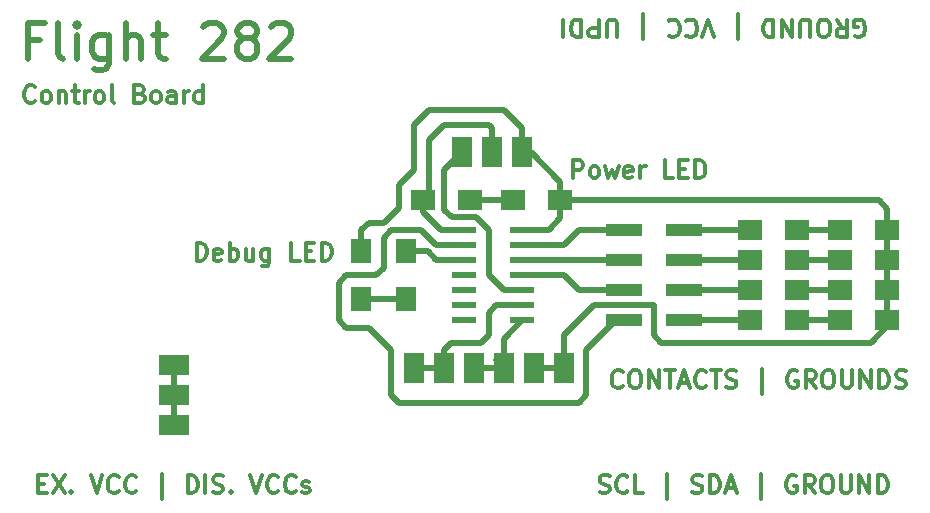
<source format=gbr>
%TF.GenerationSoftware,KiCad,Pcbnew,(6.0.2)*%
%TF.CreationDate,2022-12-07T13:39:14-05:00*%
%TF.ProjectId,Primary,5072696d-6172-4792-9e6b-696361645f70,rev?*%
%TF.SameCoordinates,Original*%
%TF.FileFunction,Copper,L1,Top*%
%TF.FilePolarity,Positive*%
%FSLAX46Y46*%
G04 Gerber Fmt 4.6, Leading zero omitted, Abs format (unit mm)*
G04 Created by KiCad (PCBNEW (6.0.2)) date 2022-12-07 13:39:14*
%MOMM*%
%LPD*%
G01*
G04 APERTURE LIST*
%ADD10C,0.300000*%
%TA.AperFunction,NonConductor*%
%ADD11C,0.300000*%
%TD*%
%ADD12C,0.500000*%
%TA.AperFunction,NonConductor*%
%ADD13C,0.500000*%
%TD*%
%TA.AperFunction,SMDPad,CuDef*%
%ADD14R,2.500000X1.700000*%
%TD*%
%TA.AperFunction,SMDPad,CuDef*%
%ADD15R,2.000000X1.700000*%
%TD*%
%TA.AperFunction,SMDPad,CuDef*%
%ADD16R,1.700000X2.500000*%
%TD*%
%TA.AperFunction,SMDPad,CuDef*%
%ADD17R,2.000000X0.600000*%
%TD*%
%TA.AperFunction,SMDPad,CuDef*%
%ADD18R,1.700000X2.000000*%
%TD*%
%TA.AperFunction,SMDPad,CuDef*%
%ADD19R,3.150000X1.000000*%
%TD*%
%TA.AperFunction,Conductor*%
%ADD20C,0.500000*%
%TD*%
G04 APERTURE END LIST*
D10*
D11*
X95215714Y-126892857D02*
X95715714Y-126892857D01*
X95930000Y-127678571D02*
X95215714Y-127678571D01*
X95215714Y-126178571D01*
X95930000Y-126178571D01*
X96430000Y-126178571D02*
X97430000Y-127678571D01*
X97430000Y-126178571D02*
X96430000Y-127678571D01*
X98001428Y-127535714D02*
X98072857Y-127607142D01*
X98001428Y-127678571D01*
X97930000Y-127607142D01*
X98001428Y-127535714D01*
X98001428Y-127678571D01*
X99644285Y-126178571D02*
X100144285Y-127678571D01*
X100644285Y-126178571D01*
X102001428Y-127535714D02*
X101930000Y-127607142D01*
X101715714Y-127678571D01*
X101572857Y-127678571D01*
X101358571Y-127607142D01*
X101215714Y-127464285D01*
X101144285Y-127321428D01*
X101072857Y-127035714D01*
X101072857Y-126821428D01*
X101144285Y-126535714D01*
X101215714Y-126392857D01*
X101358571Y-126250000D01*
X101572857Y-126178571D01*
X101715714Y-126178571D01*
X101930000Y-126250000D01*
X102001428Y-126321428D01*
X103501428Y-127535714D02*
X103430000Y-127607142D01*
X103215714Y-127678571D01*
X103072857Y-127678571D01*
X102858571Y-127607142D01*
X102715714Y-127464285D01*
X102644285Y-127321428D01*
X102572857Y-127035714D01*
X102572857Y-126821428D01*
X102644285Y-126535714D01*
X102715714Y-126392857D01*
X102858571Y-126250000D01*
X103072857Y-126178571D01*
X103215714Y-126178571D01*
X103430000Y-126250000D01*
X103501428Y-126321428D01*
X105644285Y-128178571D02*
X105644285Y-126035714D01*
X107858571Y-127678571D02*
X107858571Y-126178571D01*
X108215714Y-126178571D01*
X108430000Y-126250000D01*
X108572857Y-126392857D01*
X108644285Y-126535714D01*
X108715714Y-126821428D01*
X108715714Y-127035714D01*
X108644285Y-127321428D01*
X108572857Y-127464285D01*
X108430000Y-127607142D01*
X108215714Y-127678571D01*
X107858571Y-127678571D01*
X109358571Y-127678571D02*
X109358571Y-126178571D01*
X110001428Y-127607142D02*
X110215714Y-127678571D01*
X110572857Y-127678571D01*
X110715714Y-127607142D01*
X110787142Y-127535714D01*
X110858571Y-127392857D01*
X110858571Y-127250000D01*
X110787142Y-127107142D01*
X110715714Y-127035714D01*
X110572857Y-126964285D01*
X110287142Y-126892857D01*
X110144285Y-126821428D01*
X110072857Y-126750000D01*
X110001428Y-126607142D01*
X110001428Y-126464285D01*
X110072857Y-126321428D01*
X110144285Y-126250000D01*
X110287142Y-126178571D01*
X110644285Y-126178571D01*
X110858571Y-126250000D01*
X111501428Y-127535714D02*
X111572857Y-127607142D01*
X111501428Y-127678571D01*
X111430000Y-127607142D01*
X111501428Y-127535714D01*
X111501428Y-127678571D01*
X113144285Y-126178571D02*
X113644285Y-127678571D01*
X114144285Y-126178571D01*
X115501428Y-127535714D02*
X115430000Y-127607142D01*
X115215714Y-127678571D01*
X115072857Y-127678571D01*
X114858571Y-127607142D01*
X114715714Y-127464285D01*
X114644285Y-127321428D01*
X114572857Y-127035714D01*
X114572857Y-126821428D01*
X114644285Y-126535714D01*
X114715714Y-126392857D01*
X114858571Y-126250000D01*
X115072857Y-126178571D01*
X115215714Y-126178571D01*
X115430000Y-126250000D01*
X115501428Y-126321428D01*
X117001428Y-127535714D02*
X116930000Y-127607142D01*
X116715714Y-127678571D01*
X116572857Y-127678571D01*
X116358571Y-127607142D01*
X116215714Y-127464285D01*
X116144285Y-127321428D01*
X116072857Y-127035714D01*
X116072857Y-126821428D01*
X116144285Y-126535714D01*
X116215714Y-126392857D01*
X116358571Y-126250000D01*
X116572857Y-126178571D01*
X116715714Y-126178571D01*
X116930000Y-126250000D01*
X117001428Y-126321428D01*
X117572857Y-127607142D02*
X117715714Y-127678571D01*
X118001428Y-127678571D01*
X118144285Y-127607142D01*
X118215714Y-127464285D01*
X118215714Y-127392857D01*
X118144285Y-127250000D01*
X118001428Y-127178571D01*
X117787142Y-127178571D01*
X117644285Y-127107142D01*
X117572857Y-126964285D01*
X117572857Y-126892857D01*
X117644285Y-126750000D01*
X117787142Y-126678571D01*
X118001428Y-126678571D01*
X118144285Y-126750000D01*
D10*
D11*
X94921428Y-94515714D02*
X94850000Y-94587142D01*
X94635714Y-94658571D01*
X94492857Y-94658571D01*
X94278571Y-94587142D01*
X94135714Y-94444285D01*
X94064285Y-94301428D01*
X93992857Y-94015714D01*
X93992857Y-93801428D01*
X94064285Y-93515714D01*
X94135714Y-93372857D01*
X94278571Y-93230000D01*
X94492857Y-93158571D01*
X94635714Y-93158571D01*
X94850000Y-93230000D01*
X94921428Y-93301428D01*
X95778571Y-94658571D02*
X95635714Y-94587142D01*
X95564285Y-94515714D01*
X95492857Y-94372857D01*
X95492857Y-93944285D01*
X95564285Y-93801428D01*
X95635714Y-93730000D01*
X95778571Y-93658571D01*
X95992857Y-93658571D01*
X96135714Y-93730000D01*
X96207142Y-93801428D01*
X96278571Y-93944285D01*
X96278571Y-94372857D01*
X96207142Y-94515714D01*
X96135714Y-94587142D01*
X95992857Y-94658571D01*
X95778571Y-94658571D01*
X96921428Y-93658571D02*
X96921428Y-94658571D01*
X96921428Y-93801428D02*
X96992857Y-93730000D01*
X97135714Y-93658571D01*
X97350000Y-93658571D01*
X97492857Y-93730000D01*
X97564285Y-93872857D01*
X97564285Y-94658571D01*
X98064285Y-93658571D02*
X98635714Y-93658571D01*
X98278571Y-93158571D02*
X98278571Y-94444285D01*
X98350000Y-94587142D01*
X98492857Y-94658571D01*
X98635714Y-94658571D01*
X99135714Y-94658571D02*
X99135714Y-93658571D01*
X99135714Y-93944285D02*
X99207142Y-93801428D01*
X99278571Y-93730000D01*
X99421428Y-93658571D01*
X99564285Y-93658571D01*
X100278571Y-94658571D02*
X100135714Y-94587142D01*
X100064285Y-94515714D01*
X99992857Y-94372857D01*
X99992857Y-93944285D01*
X100064285Y-93801428D01*
X100135714Y-93730000D01*
X100278571Y-93658571D01*
X100492857Y-93658571D01*
X100635714Y-93730000D01*
X100707142Y-93801428D01*
X100778571Y-93944285D01*
X100778571Y-94372857D01*
X100707142Y-94515714D01*
X100635714Y-94587142D01*
X100492857Y-94658571D01*
X100278571Y-94658571D01*
X101635714Y-94658571D02*
X101492857Y-94587142D01*
X101421428Y-94444285D01*
X101421428Y-93158571D01*
X103850000Y-93872857D02*
X104064285Y-93944285D01*
X104135714Y-94015714D01*
X104207142Y-94158571D01*
X104207142Y-94372857D01*
X104135714Y-94515714D01*
X104064285Y-94587142D01*
X103921428Y-94658571D01*
X103350000Y-94658571D01*
X103350000Y-93158571D01*
X103850000Y-93158571D01*
X103992857Y-93230000D01*
X104064285Y-93301428D01*
X104135714Y-93444285D01*
X104135714Y-93587142D01*
X104064285Y-93730000D01*
X103992857Y-93801428D01*
X103850000Y-93872857D01*
X103350000Y-93872857D01*
X105064285Y-94658571D02*
X104921428Y-94587142D01*
X104850000Y-94515714D01*
X104778571Y-94372857D01*
X104778571Y-93944285D01*
X104850000Y-93801428D01*
X104921428Y-93730000D01*
X105064285Y-93658571D01*
X105278571Y-93658571D01*
X105421428Y-93730000D01*
X105492857Y-93801428D01*
X105564285Y-93944285D01*
X105564285Y-94372857D01*
X105492857Y-94515714D01*
X105421428Y-94587142D01*
X105278571Y-94658571D01*
X105064285Y-94658571D01*
X106850000Y-94658571D02*
X106850000Y-93872857D01*
X106778571Y-93730000D01*
X106635714Y-93658571D01*
X106350000Y-93658571D01*
X106207142Y-93730000D01*
X106850000Y-94587142D02*
X106707142Y-94658571D01*
X106350000Y-94658571D01*
X106207142Y-94587142D01*
X106135714Y-94444285D01*
X106135714Y-94301428D01*
X106207142Y-94158571D01*
X106350000Y-94087142D01*
X106707142Y-94087142D01*
X106850000Y-94015714D01*
X107564285Y-94658571D02*
X107564285Y-93658571D01*
X107564285Y-93944285D02*
X107635714Y-93801428D01*
X107707142Y-93730000D01*
X107850000Y-93658571D01*
X107992857Y-93658571D01*
X109135714Y-94658571D02*
X109135714Y-93158571D01*
X109135714Y-94587142D02*
X108992857Y-94658571D01*
X108707142Y-94658571D01*
X108564285Y-94587142D01*
X108492857Y-94515714D01*
X108421428Y-94372857D01*
X108421428Y-93944285D01*
X108492857Y-93801428D01*
X108564285Y-93730000D01*
X108707142Y-93658571D01*
X108992857Y-93658571D01*
X109135714Y-93730000D01*
D12*
D13*
X95338571Y-89320714D02*
X94338571Y-89320714D01*
X94338571Y-90892142D02*
X94338571Y-87892142D01*
X95767142Y-87892142D01*
X97338571Y-90892142D02*
X97052857Y-90749285D01*
X96910000Y-90463571D01*
X96910000Y-87892142D01*
X98481428Y-90892142D02*
X98481428Y-88892142D01*
X98481428Y-87892142D02*
X98338571Y-88035000D01*
X98481428Y-88177857D01*
X98624285Y-88035000D01*
X98481428Y-87892142D01*
X98481428Y-88177857D01*
X101195714Y-88892142D02*
X101195714Y-91320714D01*
X101052857Y-91606428D01*
X100910000Y-91749285D01*
X100624285Y-91892142D01*
X100195714Y-91892142D01*
X99910000Y-91749285D01*
X101195714Y-90749285D02*
X100910000Y-90892142D01*
X100338571Y-90892142D01*
X100052857Y-90749285D01*
X99910000Y-90606428D01*
X99767142Y-90320714D01*
X99767142Y-89463571D01*
X99910000Y-89177857D01*
X100052857Y-89035000D01*
X100338571Y-88892142D01*
X100910000Y-88892142D01*
X101195714Y-89035000D01*
X102624285Y-90892142D02*
X102624285Y-87892142D01*
X103910000Y-90892142D02*
X103910000Y-89320714D01*
X103767142Y-89035000D01*
X103481428Y-88892142D01*
X103052857Y-88892142D01*
X102767142Y-89035000D01*
X102624285Y-89177857D01*
X104910000Y-88892142D02*
X106052857Y-88892142D01*
X105338571Y-87892142D02*
X105338571Y-90463571D01*
X105481428Y-90749285D01*
X105767142Y-90892142D01*
X106052857Y-90892142D01*
X109195714Y-88177857D02*
X109338571Y-88035000D01*
X109624285Y-87892142D01*
X110338571Y-87892142D01*
X110624285Y-88035000D01*
X110767142Y-88177857D01*
X110910000Y-88463571D01*
X110910000Y-88749285D01*
X110767142Y-89177857D01*
X109052857Y-90892142D01*
X110910000Y-90892142D01*
X112624285Y-89177857D02*
X112338571Y-89035000D01*
X112195714Y-88892142D01*
X112052857Y-88606428D01*
X112052857Y-88463571D01*
X112195714Y-88177857D01*
X112338571Y-88035000D01*
X112624285Y-87892142D01*
X113195714Y-87892142D01*
X113481428Y-88035000D01*
X113624285Y-88177857D01*
X113767142Y-88463571D01*
X113767142Y-88606428D01*
X113624285Y-88892142D01*
X113481428Y-89035000D01*
X113195714Y-89177857D01*
X112624285Y-89177857D01*
X112338571Y-89320714D01*
X112195714Y-89463571D01*
X112052857Y-89749285D01*
X112052857Y-90320714D01*
X112195714Y-90606428D01*
X112338571Y-90749285D01*
X112624285Y-90892142D01*
X113195714Y-90892142D01*
X113481428Y-90749285D01*
X113624285Y-90606428D01*
X113767142Y-90320714D01*
X113767142Y-89749285D01*
X113624285Y-89463571D01*
X113481428Y-89320714D01*
X113195714Y-89177857D01*
X114910000Y-88177857D02*
X115052857Y-88035000D01*
X115338571Y-87892142D01*
X116052857Y-87892142D01*
X116338571Y-88035000D01*
X116481428Y-88177857D01*
X116624285Y-88463571D01*
X116624285Y-88749285D01*
X116481428Y-89177857D01*
X114767142Y-90892142D01*
X116624285Y-90892142D01*
D10*
D11*
X140478571Y-101008571D02*
X140478571Y-99508571D01*
X141050000Y-99508571D01*
X141192857Y-99580000D01*
X141264285Y-99651428D01*
X141335714Y-99794285D01*
X141335714Y-100008571D01*
X141264285Y-100151428D01*
X141192857Y-100222857D01*
X141050000Y-100294285D01*
X140478571Y-100294285D01*
X142192857Y-101008571D02*
X142050000Y-100937142D01*
X141978571Y-100865714D01*
X141907142Y-100722857D01*
X141907142Y-100294285D01*
X141978571Y-100151428D01*
X142050000Y-100080000D01*
X142192857Y-100008571D01*
X142407142Y-100008571D01*
X142550000Y-100080000D01*
X142621428Y-100151428D01*
X142692857Y-100294285D01*
X142692857Y-100722857D01*
X142621428Y-100865714D01*
X142550000Y-100937142D01*
X142407142Y-101008571D01*
X142192857Y-101008571D01*
X143192857Y-100008571D02*
X143478571Y-101008571D01*
X143764285Y-100294285D01*
X144050000Y-101008571D01*
X144335714Y-100008571D01*
X145478571Y-100937142D02*
X145335714Y-101008571D01*
X145050000Y-101008571D01*
X144907142Y-100937142D01*
X144835714Y-100794285D01*
X144835714Y-100222857D01*
X144907142Y-100080000D01*
X145050000Y-100008571D01*
X145335714Y-100008571D01*
X145478571Y-100080000D01*
X145550000Y-100222857D01*
X145550000Y-100365714D01*
X144835714Y-100508571D01*
X146192857Y-101008571D02*
X146192857Y-100008571D01*
X146192857Y-100294285D02*
X146264285Y-100151428D01*
X146335714Y-100080000D01*
X146478571Y-100008571D01*
X146621428Y-100008571D01*
X148978571Y-101008571D02*
X148264285Y-101008571D01*
X148264285Y-99508571D01*
X149478571Y-100222857D02*
X149978571Y-100222857D01*
X150192857Y-101008571D02*
X149478571Y-101008571D01*
X149478571Y-99508571D01*
X150192857Y-99508571D01*
X150835714Y-101008571D02*
X150835714Y-99508571D01*
X151192857Y-99508571D01*
X151407142Y-99580000D01*
X151550000Y-99722857D01*
X151621428Y-99865714D01*
X151692857Y-100151428D01*
X151692857Y-100365714D01*
X151621428Y-100651428D01*
X151550000Y-100794285D01*
X151407142Y-100937142D01*
X151192857Y-101008571D01*
X150835714Y-101008571D01*
D10*
D11*
X108621428Y-107993571D02*
X108621428Y-106493571D01*
X108978571Y-106493571D01*
X109192857Y-106565000D01*
X109335714Y-106707857D01*
X109407142Y-106850714D01*
X109478571Y-107136428D01*
X109478571Y-107350714D01*
X109407142Y-107636428D01*
X109335714Y-107779285D01*
X109192857Y-107922142D01*
X108978571Y-107993571D01*
X108621428Y-107993571D01*
X110692857Y-107922142D02*
X110550000Y-107993571D01*
X110264285Y-107993571D01*
X110121428Y-107922142D01*
X110050000Y-107779285D01*
X110050000Y-107207857D01*
X110121428Y-107065000D01*
X110264285Y-106993571D01*
X110550000Y-106993571D01*
X110692857Y-107065000D01*
X110764285Y-107207857D01*
X110764285Y-107350714D01*
X110050000Y-107493571D01*
X111407142Y-107993571D02*
X111407142Y-106493571D01*
X111407142Y-107065000D02*
X111550000Y-106993571D01*
X111835714Y-106993571D01*
X111978571Y-107065000D01*
X112050000Y-107136428D01*
X112121428Y-107279285D01*
X112121428Y-107707857D01*
X112050000Y-107850714D01*
X111978571Y-107922142D01*
X111835714Y-107993571D01*
X111550000Y-107993571D01*
X111407142Y-107922142D01*
X113407142Y-106993571D02*
X113407142Y-107993571D01*
X112764285Y-106993571D02*
X112764285Y-107779285D01*
X112835714Y-107922142D01*
X112978571Y-107993571D01*
X113192857Y-107993571D01*
X113335714Y-107922142D01*
X113407142Y-107850714D01*
X114764285Y-106993571D02*
X114764285Y-108207857D01*
X114692857Y-108350714D01*
X114621428Y-108422142D01*
X114478571Y-108493571D01*
X114264285Y-108493571D01*
X114121428Y-108422142D01*
X114764285Y-107922142D02*
X114621428Y-107993571D01*
X114335714Y-107993571D01*
X114192857Y-107922142D01*
X114121428Y-107850714D01*
X114050000Y-107707857D01*
X114050000Y-107279285D01*
X114121428Y-107136428D01*
X114192857Y-107065000D01*
X114335714Y-106993571D01*
X114621428Y-106993571D01*
X114764285Y-107065000D01*
X117335714Y-107993571D02*
X116621428Y-107993571D01*
X116621428Y-106493571D01*
X117835714Y-107207857D02*
X118335714Y-107207857D01*
X118550000Y-107993571D02*
X117835714Y-107993571D01*
X117835714Y-106493571D01*
X118550000Y-106493571D01*
X119192857Y-107993571D02*
X119192857Y-106493571D01*
X119550000Y-106493571D01*
X119764285Y-106565000D01*
X119907142Y-106707857D01*
X119978571Y-106850714D01*
X120050000Y-107136428D01*
X120050000Y-107350714D01*
X119978571Y-107636428D01*
X119907142Y-107779285D01*
X119764285Y-107922142D01*
X119550000Y-107993571D01*
X119192857Y-107993571D01*
D10*
D11*
X144674285Y-118645714D02*
X144602857Y-118717142D01*
X144388571Y-118788571D01*
X144245714Y-118788571D01*
X144031428Y-118717142D01*
X143888571Y-118574285D01*
X143817142Y-118431428D01*
X143745714Y-118145714D01*
X143745714Y-117931428D01*
X143817142Y-117645714D01*
X143888571Y-117502857D01*
X144031428Y-117360000D01*
X144245714Y-117288571D01*
X144388571Y-117288571D01*
X144602857Y-117360000D01*
X144674285Y-117431428D01*
X145602857Y-117288571D02*
X145888571Y-117288571D01*
X146031428Y-117360000D01*
X146174285Y-117502857D01*
X146245714Y-117788571D01*
X146245714Y-118288571D01*
X146174285Y-118574285D01*
X146031428Y-118717142D01*
X145888571Y-118788571D01*
X145602857Y-118788571D01*
X145460000Y-118717142D01*
X145317142Y-118574285D01*
X145245714Y-118288571D01*
X145245714Y-117788571D01*
X145317142Y-117502857D01*
X145460000Y-117360000D01*
X145602857Y-117288571D01*
X146888571Y-118788571D02*
X146888571Y-117288571D01*
X147745714Y-118788571D01*
X147745714Y-117288571D01*
X148245714Y-117288571D02*
X149102857Y-117288571D01*
X148674285Y-118788571D02*
X148674285Y-117288571D01*
X149531428Y-118360000D02*
X150245714Y-118360000D01*
X149388571Y-118788571D02*
X149888571Y-117288571D01*
X150388571Y-118788571D01*
X151745714Y-118645714D02*
X151674285Y-118717142D01*
X151460000Y-118788571D01*
X151317142Y-118788571D01*
X151102857Y-118717142D01*
X150960000Y-118574285D01*
X150888571Y-118431428D01*
X150817142Y-118145714D01*
X150817142Y-117931428D01*
X150888571Y-117645714D01*
X150960000Y-117502857D01*
X151102857Y-117360000D01*
X151317142Y-117288571D01*
X151460000Y-117288571D01*
X151674285Y-117360000D01*
X151745714Y-117431428D01*
X152174285Y-117288571D02*
X153031428Y-117288571D01*
X152602857Y-118788571D02*
X152602857Y-117288571D01*
X153460000Y-118717142D02*
X153674285Y-118788571D01*
X154031428Y-118788571D01*
X154174285Y-118717142D01*
X154245714Y-118645714D01*
X154317142Y-118502857D01*
X154317142Y-118360000D01*
X154245714Y-118217142D01*
X154174285Y-118145714D01*
X154031428Y-118074285D01*
X153745714Y-118002857D01*
X153602857Y-117931428D01*
X153531428Y-117860000D01*
X153460000Y-117717142D01*
X153460000Y-117574285D01*
X153531428Y-117431428D01*
X153602857Y-117360000D01*
X153745714Y-117288571D01*
X154102857Y-117288571D01*
X154317142Y-117360000D01*
X156460000Y-119288571D02*
X156460000Y-117145714D01*
X159460000Y-117360000D02*
X159317142Y-117288571D01*
X159102857Y-117288571D01*
X158888571Y-117360000D01*
X158745714Y-117502857D01*
X158674285Y-117645714D01*
X158602857Y-117931428D01*
X158602857Y-118145714D01*
X158674285Y-118431428D01*
X158745714Y-118574285D01*
X158888571Y-118717142D01*
X159102857Y-118788571D01*
X159245714Y-118788571D01*
X159460000Y-118717142D01*
X159531428Y-118645714D01*
X159531428Y-118145714D01*
X159245714Y-118145714D01*
X161031428Y-118788571D02*
X160531428Y-118074285D01*
X160174285Y-118788571D02*
X160174285Y-117288571D01*
X160745714Y-117288571D01*
X160888571Y-117360000D01*
X160960000Y-117431428D01*
X161031428Y-117574285D01*
X161031428Y-117788571D01*
X160960000Y-117931428D01*
X160888571Y-118002857D01*
X160745714Y-118074285D01*
X160174285Y-118074285D01*
X161960000Y-117288571D02*
X162245714Y-117288571D01*
X162388571Y-117360000D01*
X162531428Y-117502857D01*
X162602857Y-117788571D01*
X162602857Y-118288571D01*
X162531428Y-118574285D01*
X162388571Y-118717142D01*
X162245714Y-118788571D01*
X161960000Y-118788571D01*
X161817142Y-118717142D01*
X161674285Y-118574285D01*
X161602857Y-118288571D01*
X161602857Y-117788571D01*
X161674285Y-117502857D01*
X161817142Y-117360000D01*
X161960000Y-117288571D01*
X163245714Y-117288571D02*
X163245714Y-118502857D01*
X163317142Y-118645714D01*
X163388571Y-118717142D01*
X163531428Y-118788571D01*
X163817142Y-118788571D01*
X163960000Y-118717142D01*
X164031428Y-118645714D01*
X164102857Y-118502857D01*
X164102857Y-117288571D01*
X164817142Y-118788571D02*
X164817142Y-117288571D01*
X165674285Y-118788571D01*
X165674285Y-117288571D01*
X166388571Y-118788571D02*
X166388571Y-117288571D01*
X166745714Y-117288571D01*
X166960000Y-117360000D01*
X167102857Y-117502857D01*
X167174285Y-117645714D01*
X167245714Y-117931428D01*
X167245714Y-118145714D01*
X167174285Y-118431428D01*
X167102857Y-118574285D01*
X166960000Y-118717142D01*
X166745714Y-118788571D01*
X166388571Y-118788571D01*
X167817142Y-118717142D02*
X168031428Y-118788571D01*
X168388571Y-118788571D01*
X168531428Y-118717142D01*
X168602857Y-118645714D01*
X168674285Y-118502857D01*
X168674285Y-118360000D01*
X168602857Y-118217142D01*
X168531428Y-118145714D01*
X168388571Y-118074285D01*
X168102857Y-118002857D01*
X167960000Y-117931428D01*
X167888571Y-117860000D01*
X167817142Y-117717142D01*
X167817142Y-117574285D01*
X167888571Y-117431428D01*
X167960000Y-117360000D01*
X168102857Y-117288571D01*
X168460000Y-117288571D01*
X168674285Y-117360000D01*
D10*
D11*
X142725714Y-127607142D02*
X142940000Y-127678571D01*
X143297142Y-127678571D01*
X143440000Y-127607142D01*
X143511428Y-127535714D01*
X143582857Y-127392857D01*
X143582857Y-127250000D01*
X143511428Y-127107142D01*
X143440000Y-127035714D01*
X143297142Y-126964285D01*
X143011428Y-126892857D01*
X142868571Y-126821428D01*
X142797142Y-126750000D01*
X142725714Y-126607142D01*
X142725714Y-126464285D01*
X142797142Y-126321428D01*
X142868571Y-126250000D01*
X143011428Y-126178571D01*
X143368571Y-126178571D01*
X143582857Y-126250000D01*
X145082857Y-127535714D02*
X145011428Y-127607142D01*
X144797142Y-127678571D01*
X144654285Y-127678571D01*
X144440000Y-127607142D01*
X144297142Y-127464285D01*
X144225714Y-127321428D01*
X144154285Y-127035714D01*
X144154285Y-126821428D01*
X144225714Y-126535714D01*
X144297142Y-126392857D01*
X144440000Y-126250000D01*
X144654285Y-126178571D01*
X144797142Y-126178571D01*
X145011428Y-126250000D01*
X145082857Y-126321428D01*
X146440000Y-127678571D02*
X145725714Y-127678571D01*
X145725714Y-126178571D01*
X148440000Y-128178571D02*
X148440000Y-126035714D01*
X150582857Y-127607142D02*
X150797142Y-127678571D01*
X151154285Y-127678571D01*
X151297142Y-127607142D01*
X151368571Y-127535714D01*
X151440000Y-127392857D01*
X151440000Y-127250000D01*
X151368571Y-127107142D01*
X151297142Y-127035714D01*
X151154285Y-126964285D01*
X150868571Y-126892857D01*
X150725714Y-126821428D01*
X150654285Y-126750000D01*
X150582857Y-126607142D01*
X150582857Y-126464285D01*
X150654285Y-126321428D01*
X150725714Y-126250000D01*
X150868571Y-126178571D01*
X151225714Y-126178571D01*
X151440000Y-126250000D01*
X152082857Y-127678571D02*
X152082857Y-126178571D01*
X152440000Y-126178571D01*
X152654285Y-126250000D01*
X152797142Y-126392857D01*
X152868571Y-126535714D01*
X152940000Y-126821428D01*
X152940000Y-127035714D01*
X152868571Y-127321428D01*
X152797142Y-127464285D01*
X152654285Y-127607142D01*
X152440000Y-127678571D01*
X152082857Y-127678571D01*
X153511428Y-127250000D02*
X154225714Y-127250000D01*
X153368571Y-127678571D02*
X153868571Y-126178571D01*
X154368571Y-127678571D01*
X156368571Y-128178571D02*
X156368571Y-126035714D01*
X159368571Y-126250000D02*
X159225714Y-126178571D01*
X159011428Y-126178571D01*
X158797142Y-126250000D01*
X158654285Y-126392857D01*
X158582857Y-126535714D01*
X158511428Y-126821428D01*
X158511428Y-127035714D01*
X158582857Y-127321428D01*
X158654285Y-127464285D01*
X158797142Y-127607142D01*
X159011428Y-127678571D01*
X159154285Y-127678571D01*
X159368571Y-127607142D01*
X159440000Y-127535714D01*
X159440000Y-127035714D01*
X159154285Y-127035714D01*
X160940000Y-127678571D02*
X160440000Y-126964285D01*
X160082857Y-127678571D02*
X160082857Y-126178571D01*
X160654285Y-126178571D01*
X160797142Y-126250000D01*
X160868571Y-126321428D01*
X160940000Y-126464285D01*
X160940000Y-126678571D01*
X160868571Y-126821428D01*
X160797142Y-126892857D01*
X160654285Y-126964285D01*
X160082857Y-126964285D01*
X161868571Y-126178571D02*
X162154285Y-126178571D01*
X162297142Y-126250000D01*
X162440000Y-126392857D01*
X162511428Y-126678571D01*
X162511428Y-127178571D01*
X162440000Y-127464285D01*
X162297142Y-127607142D01*
X162154285Y-127678571D01*
X161868571Y-127678571D01*
X161725714Y-127607142D01*
X161582857Y-127464285D01*
X161511428Y-127178571D01*
X161511428Y-126678571D01*
X161582857Y-126392857D01*
X161725714Y-126250000D01*
X161868571Y-126178571D01*
X163154285Y-126178571D02*
X163154285Y-127392857D01*
X163225714Y-127535714D01*
X163297142Y-127607142D01*
X163440000Y-127678571D01*
X163725714Y-127678571D01*
X163868571Y-127607142D01*
X163940000Y-127535714D01*
X164011428Y-127392857D01*
X164011428Y-126178571D01*
X164725714Y-127678571D02*
X164725714Y-126178571D01*
X165582857Y-127678571D01*
X165582857Y-126178571D01*
X166297142Y-127678571D02*
X166297142Y-126178571D01*
X166654285Y-126178571D01*
X166868571Y-126250000D01*
X167011428Y-126392857D01*
X167082857Y-126535714D01*
X167154285Y-126821428D01*
X167154285Y-127035714D01*
X167082857Y-127321428D01*
X167011428Y-127464285D01*
X166868571Y-127607142D01*
X166654285Y-127678571D01*
X166297142Y-127678571D01*
D10*
D11*
X164364285Y-89015000D02*
X164507142Y-89086428D01*
X164721428Y-89086428D01*
X164935714Y-89015000D01*
X165078571Y-88872142D01*
X165150000Y-88729285D01*
X165221428Y-88443571D01*
X165221428Y-88229285D01*
X165150000Y-87943571D01*
X165078571Y-87800714D01*
X164935714Y-87657857D01*
X164721428Y-87586428D01*
X164578571Y-87586428D01*
X164364285Y-87657857D01*
X164292857Y-87729285D01*
X164292857Y-88229285D01*
X164578571Y-88229285D01*
X162792857Y-87586428D02*
X163292857Y-88300714D01*
X163650000Y-87586428D02*
X163650000Y-89086428D01*
X163078571Y-89086428D01*
X162935714Y-89015000D01*
X162864285Y-88943571D01*
X162792857Y-88800714D01*
X162792857Y-88586428D01*
X162864285Y-88443571D01*
X162935714Y-88372142D01*
X163078571Y-88300714D01*
X163650000Y-88300714D01*
X161864285Y-89086428D02*
X161578571Y-89086428D01*
X161435714Y-89015000D01*
X161292857Y-88872142D01*
X161221428Y-88586428D01*
X161221428Y-88086428D01*
X161292857Y-87800714D01*
X161435714Y-87657857D01*
X161578571Y-87586428D01*
X161864285Y-87586428D01*
X162007142Y-87657857D01*
X162150000Y-87800714D01*
X162221428Y-88086428D01*
X162221428Y-88586428D01*
X162150000Y-88872142D01*
X162007142Y-89015000D01*
X161864285Y-89086428D01*
X160578571Y-89086428D02*
X160578571Y-87872142D01*
X160507142Y-87729285D01*
X160435714Y-87657857D01*
X160292857Y-87586428D01*
X160007142Y-87586428D01*
X159864285Y-87657857D01*
X159792857Y-87729285D01*
X159721428Y-87872142D01*
X159721428Y-89086428D01*
X159007142Y-87586428D02*
X159007142Y-89086428D01*
X158150000Y-87586428D01*
X158150000Y-89086428D01*
X157435714Y-87586428D02*
X157435714Y-89086428D01*
X157078571Y-89086428D01*
X156864285Y-89015000D01*
X156721428Y-88872142D01*
X156650000Y-88729285D01*
X156578571Y-88443571D01*
X156578571Y-88229285D01*
X156650000Y-87943571D01*
X156721428Y-87800714D01*
X156864285Y-87657857D01*
X157078571Y-87586428D01*
X157435714Y-87586428D01*
X154435714Y-87086428D02*
X154435714Y-89229285D01*
X152435714Y-89086428D02*
X151935714Y-87586428D01*
X151435714Y-89086428D01*
X150078571Y-87729285D02*
X150150000Y-87657857D01*
X150364285Y-87586428D01*
X150507142Y-87586428D01*
X150721428Y-87657857D01*
X150864285Y-87800714D01*
X150935714Y-87943571D01*
X151007142Y-88229285D01*
X151007142Y-88443571D01*
X150935714Y-88729285D01*
X150864285Y-88872142D01*
X150721428Y-89015000D01*
X150507142Y-89086428D01*
X150364285Y-89086428D01*
X150150000Y-89015000D01*
X150078571Y-88943571D01*
X148578571Y-87729285D02*
X148650000Y-87657857D01*
X148864285Y-87586428D01*
X149007142Y-87586428D01*
X149221428Y-87657857D01*
X149364285Y-87800714D01*
X149435714Y-87943571D01*
X149507142Y-88229285D01*
X149507142Y-88443571D01*
X149435714Y-88729285D01*
X149364285Y-88872142D01*
X149221428Y-89015000D01*
X149007142Y-89086428D01*
X148864285Y-89086428D01*
X148650000Y-89015000D01*
X148578571Y-88943571D01*
X146435714Y-87086428D02*
X146435714Y-89229285D01*
X144221428Y-89086428D02*
X144221428Y-87872142D01*
X144150000Y-87729285D01*
X144078571Y-87657857D01*
X143935714Y-87586428D01*
X143650000Y-87586428D01*
X143507142Y-87657857D01*
X143435714Y-87729285D01*
X143364285Y-87872142D01*
X143364285Y-89086428D01*
X142650000Y-87586428D02*
X142650000Y-89086428D01*
X142078571Y-89086428D01*
X141935714Y-89015000D01*
X141864285Y-88943571D01*
X141792857Y-88800714D01*
X141792857Y-88586428D01*
X141864285Y-88443571D01*
X141935714Y-88372142D01*
X142078571Y-88300714D01*
X142650000Y-88300714D01*
X141150000Y-87586428D02*
X141150000Y-89086428D01*
X140792857Y-89086428D01*
X140578571Y-89015000D01*
X140435714Y-88872142D01*
X140364285Y-88729285D01*
X140292857Y-88443571D01*
X140292857Y-88229285D01*
X140364285Y-87943571D01*
X140435714Y-87800714D01*
X140578571Y-87657857D01*
X140792857Y-87586428D01*
X141150000Y-87586428D01*
X139650000Y-87586428D02*
X139650000Y-89086428D01*
D14*
%TO.P,J4,1,Pin_1*%
%TO.N,Net-(J4-Pad1)*%
X106680000Y-121920000D03*
%TO.P,J4,2,Pin_2*%
X106680000Y-119380000D03*
%TO.P,J4,3,Pin_3*%
X106680000Y-116840000D03*
%TD*%
D15*
%TO.P,R3,1*%
%TO.N,Net-(J2-Pad1)*%
X167100000Y-113030000D03*
%TO.P,R3,2*%
%TO.N,Net-(D3-Pad1)*%
X163100000Y-113030000D03*
%TD*%
D16*
%TO.P,J2,1,Pin_1*%
%TO.N,Net-(J2-Pad1)*%
X139700000Y-117080000D03*
%TO.P,J2,2,Pin_2*%
X137160000Y-117080000D03*
%TO.P,J2,3,Pin_3*%
%TO.N,Net-(J2-Pad3)*%
X134620000Y-117080000D03*
%TO.P,J2,4,Pin_4*%
X132080000Y-117080000D03*
%TO.P,J2,5,Pin_5*%
%TO.N,Net-(J2-Pad5)*%
X129540000Y-117080000D03*
%TO.P,J2,6,Pin_6*%
X127000000Y-117080000D03*
%TD*%
D15*
%TO.P,D6,1,K*%
%TO.N,Net-(D6-Pad1)*%
X159480000Y-107950000D03*
%TO.P,D6,2,A*%
%TO.N,Net-(D6-Pad2)*%
X155480000Y-107950000D03*
%TD*%
%TO.P,D3,1,K*%
%TO.N,Net-(D3-Pad1)*%
X159480000Y-113030000D03*
%TO.P,D3,2,A*%
%TO.N,Net-(D3-Pad2)*%
X155480000Y-113030000D03*
%TD*%
D17*
%TO.P,U1,1,VCC*%
%TO.N,Net-(D1-Pad2)*%
X131255000Y-105410000D03*
%TO.P,U1,2,PA4*%
%TO.N,Net-(J3-Pad7)*%
X131255000Y-106680000D03*
%TO.P,U1,3,PA5*%
%TO.N,Net-(D2-Pad2)*%
X131255000Y-107950000D03*
%TO.P,U1,4,PA6/DAC*%
%TO.N,unconnected-(U1-Pad4)*%
X131255000Y-109220000D03*
%TO.P,U1,5,PA7*%
%TO.N,unconnected-(U1-Pad5)*%
X131255000Y-110490000D03*
%TO.P,U1,6,PB3/RXD*%
%TO.N,unconnected-(U1-Pad6)*%
X131255000Y-111760000D03*
%TO.P,U1,7,PB2/TXD*%
%TO.N,unconnected-(U1-Pad7)*%
X131255000Y-113030000D03*
%TO.P,U1,8,PB1/SDA*%
%TO.N,Net-(J2-Pad3)*%
X136205000Y-113030000D03*
%TO.P,U1,9,PB0/SCL*%
%TO.N,Net-(J2-Pad5)*%
X136205000Y-111760000D03*
%TO.P,U1,10,~{RESET}/UPDI/PA0*%
%TO.N,Net-(J1-Pad1)*%
X136205000Y-110490000D03*
%TO.P,U1,11,PA1*%
%TO.N,Net-(J3-Pad5)*%
X136205000Y-109220000D03*
%TO.P,U1,12,PA2*%
%TO.N,Net-(J3-Pad3)*%
X136205000Y-107950000D03*
%TO.P,U1,13,PA3/SCK*%
%TO.N,Net-(J3-Pad1)*%
X136205000Y-106680000D03*
%TO.P,U1,14,GND*%
%TO.N,Net-(J2-Pad1)*%
X136205000Y-105410000D03*
%TD*%
D18*
%TO.P,D2,2,A*%
%TO.N,Net-(D2-Pad2)*%
X126365000Y-107220000D03*
%TO.P,D2,1,K*%
%TO.N,Net-(D2-Pad1)*%
X126365000Y-111220000D03*
%TD*%
D15*
%TO.P,D5,1,K*%
%TO.N,Net-(D5-Pad1)*%
X159480000Y-110490000D03*
%TO.P,D5,2,A*%
%TO.N,Net-(D5-Pad2)*%
X155480000Y-110490000D03*
%TD*%
%TO.P,D1,1,K*%
%TO.N,Net-(D1-Pad1)*%
X131794000Y-102870000D03*
%TO.P,D1,2,A*%
%TO.N,Net-(D1-Pad2)*%
X127794000Y-102870000D03*
%TD*%
%TO.P,D4,1,K*%
%TO.N,Net-(D4-Pad1)*%
X159480000Y-105410000D03*
%TO.P,D4,2,A*%
%TO.N,Net-(D4-Pad2)*%
X155480000Y-105410000D03*
%TD*%
%TO.P,R4,1*%
%TO.N,Net-(J2-Pad1)*%
X167100000Y-105410000D03*
%TO.P,R4,2*%
%TO.N,Net-(D4-Pad1)*%
X163100000Y-105410000D03*
%TD*%
D16*
%TO.P,J1,1,Pin_1*%
%TO.N,Net-(J1-Pad1)*%
X131054000Y-98820000D03*
%TO.P,J1,2,Pin_2*%
%TO.N,Net-(D1-Pad2)*%
X133594000Y-98820000D03*
%TO.P,J1,3,Pin_3*%
%TO.N,Net-(J2-Pad1)*%
X136134000Y-98820000D03*
%TD*%
D19*
%TO.P,J3,1,Pin_1*%
%TO.N,Net-(J3-Pad1)*%
X144795000Y-105410000D03*
%TO.P,J3,2,Pin_2*%
%TO.N,Net-(D4-Pad2)*%
X149845000Y-105410000D03*
%TO.P,J3,3,Pin_3*%
%TO.N,Net-(J3-Pad3)*%
X144795000Y-107950000D03*
%TO.P,J3,4,Pin_4*%
%TO.N,Net-(D6-Pad2)*%
X149845000Y-107950000D03*
%TO.P,J3,5,Pin_5*%
%TO.N,Net-(J3-Pad5)*%
X144795000Y-110490000D03*
%TO.P,J3,6,Pin_6*%
%TO.N,Net-(D5-Pad2)*%
X149845000Y-110490000D03*
%TO.P,J3,7,Pin_7*%
%TO.N,Net-(J3-Pad7)*%
X144795000Y-113030000D03*
%TO.P,J3,8,Pin_8*%
%TO.N,Net-(D3-Pad2)*%
X149845000Y-113030000D03*
%TD*%
D15*
%TO.P,R1,1*%
%TO.N,Net-(J2-Pad1)*%
X139414000Y-102870000D03*
%TO.P,R1,2*%
%TO.N,Net-(D1-Pad1)*%
X135414000Y-102870000D03*
%TD*%
D18*
%TO.P,R2,2*%
%TO.N,Net-(D2-Pad1)*%
X122555000Y-111220000D03*
%TO.P,R2,1*%
%TO.N,Net-(J2-Pad1)*%
X122555000Y-107220000D03*
%TD*%
D15*
%TO.P,R6,1*%
%TO.N,Net-(J2-Pad1)*%
X167100000Y-107950000D03*
%TO.P,R6,2*%
%TO.N,Net-(D6-Pad1)*%
X163100000Y-107950000D03*
%TD*%
%TO.P,R5,1*%
%TO.N,Net-(J2-Pad1)*%
X167100000Y-110490000D03*
%TO.P,R5,2*%
%TO.N,Net-(D5-Pad1)*%
X163100000Y-110490000D03*
%TD*%
D20*
%TO.N,Net-(J4-Pad1)*%
X106680000Y-116840000D02*
X106680000Y-121920000D01*
%TO.N,Net-(J2-Pad1)*%
X167100000Y-113570000D02*
X167100000Y-113030000D01*
X165735000Y-114935000D02*
X167100000Y-113570000D01*
X147955000Y-114935000D02*
X165735000Y-114935000D01*
X147320000Y-114300000D02*
X147955000Y-114935000D01*
X139700000Y-114300000D02*
X142240000Y-111760000D01*
X142240000Y-111760000D02*
X147320000Y-111760000D01*
X147320000Y-111760000D02*
X147320000Y-114300000D01*
X139700000Y-117080000D02*
X139700000Y-114300000D01*
%TO.N,Net-(J2-Pad5)*%
X133985000Y-111760000D02*
X136205000Y-111760000D01*
X133350000Y-114300000D02*
X133350000Y-112395000D01*
X132715000Y-114935000D02*
X133350000Y-114300000D01*
X129540000Y-115570000D02*
X130175000Y-114935000D01*
X130175000Y-114935000D02*
X132715000Y-114935000D01*
X129540000Y-117080000D02*
X129540000Y-115570000D01*
X133350000Y-112395000D02*
X133985000Y-111760000D01*
X127000000Y-117080000D02*
X129540000Y-117080000D01*
%TO.N,Net-(J2-Pad3)*%
X134620000Y-117080000D02*
X132080000Y-117080000D01*
X134620000Y-114615000D02*
X134620000Y-117080000D01*
X136205000Y-113030000D02*
X134620000Y-114615000D01*
%TO.N,Net-(J2-Pad1)*%
X137160000Y-117080000D02*
X139700000Y-117080000D01*
%TO.N,Net-(J3-Pad7)*%
X128905000Y-106680000D02*
X131255000Y-106680000D01*
X127635000Y-105410000D02*
X128905000Y-106680000D01*
X125095000Y-105410000D02*
X127635000Y-105410000D01*
X124460000Y-106045000D02*
X125095000Y-105410000D01*
X124460000Y-108585000D02*
X124460000Y-106045000D01*
X123825000Y-109220000D02*
X124460000Y-108585000D01*
X121285000Y-109220000D02*
X123825000Y-109220000D01*
X120650000Y-109855000D02*
X121285000Y-109220000D01*
X120650000Y-113030000D02*
X120650000Y-109855000D01*
X121285000Y-113665000D02*
X120650000Y-113030000D01*
X123190000Y-113665000D02*
X121285000Y-113665000D01*
X125095000Y-115570000D02*
X123190000Y-113665000D01*
X125095000Y-119380000D02*
X125095000Y-115570000D01*
X125730000Y-120015000D02*
X125095000Y-119380000D01*
X140970000Y-120015000D02*
X125730000Y-120015000D01*
X141605000Y-119380000D02*
X140970000Y-120015000D01*
X141605000Y-115570000D02*
X141605000Y-119380000D01*
X144145000Y-113030000D02*
X141605000Y-115570000D01*
X144795000Y-113030000D02*
X144145000Y-113030000D01*
%TO.N,Net-(D2-Pad1)*%
X122555000Y-111220000D02*
X126365000Y-111220000D01*
%TO.N,Net-(J2-Pad1)*%
X124460000Y-104775000D02*
X125730000Y-103505000D01*
X123190000Y-104775000D02*
X124460000Y-104775000D01*
X122555000Y-105410000D02*
X123190000Y-104775000D01*
X125730000Y-103505000D02*
X125730000Y-101600000D01*
X122555000Y-107220000D02*
X122555000Y-105410000D01*
%TO.N,Net-(D2-Pad2)*%
X128905000Y-107950000D02*
X131255000Y-107950000D01*
X128175000Y-107220000D02*
X128905000Y-107950000D01*
X126365000Y-107220000D02*
X128175000Y-107220000D01*
%TO.N,Net-(J2-Pad1)*%
X127000000Y-100330000D02*
X125730000Y-101600000D01*
X127000000Y-96520000D02*
X127000000Y-100330000D01*
X128270000Y-95250000D02*
X127000000Y-96520000D01*
X136134000Y-96764000D02*
X134620000Y-95250000D01*
X136134000Y-98820000D02*
X136134000Y-96764000D01*
X134620000Y-95250000D02*
X128270000Y-95250000D01*
%TO.N,Net-(J1-Pad1)*%
X134620000Y-110490000D02*
X135890000Y-110490000D01*
X133350000Y-109220000D02*
X134620000Y-110490000D01*
X132283200Y-104343200D02*
X133350000Y-105410000D01*
X129540000Y-103682800D02*
X130200400Y-104343200D01*
X133350000Y-105410000D02*
X133350000Y-109220000D01*
X129540000Y-100334000D02*
X129540000Y-103682800D01*
X130200400Y-104343200D02*
X132283200Y-104343200D01*
X131054000Y-98820000D02*
X129540000Y-100334000D01*
%TO.N,Net-(D1-Pad2)*%
X127794000Y-103918000D02*
X127794000Y-102870000D01*
X129286000Y-105410000D02*
X127794000Y-103918000D01*
X131255000Y-105410000D02*
X129286000Y-105410000D01*
%TO.N,Net-(J2-Pad3)*%
X133985000Y-116445000D02*
X134620000Y-117080000D01*
%TO.N,Net-(J3-Pad1)*%
X140970000Y-105410000D02*
X139700000Y-106680000D01*
X144795000Y-105410000D02*
X140970000Y-105410000D01*
X139700000Y-106680000D02*
X136205000Y-106680000D01*
%TO.N,Net-(J3-Pad3)*%
X144795000Y-107950000D02*
X136205000Y-107950000D01*
%TO.N,Net-(J3-Pad5)*%
X140970000Y-110490000D02*
X139700000Y-109220000D01*
X144795000Y-110490000D02*
X140970000Y-110490000D01*
X139700000Y-109220000D02*
X136205000Y-109220000D01*
%TO.N,Net-(D3-Pad2)*%
X149845000Y-113030000D02*
X155480000Y-113030000D01*
%TO.N,Net-(D5-Pad2)*%
X149845000Y-110490000D02*
X155480000Y-110490000D01*
%TO.N,Net-(D6-Pad2)*%
X149845000Y-107950000D02*
X155480000Y-107950000D01*
%TO.N,Net-(D4-Pad2)*%
X155480000Y-105410000D02*
X149845000Y-105410000D01*
%TO.N,Net-(D3-Pad1)*%
X159480000Y-113030000D02*
X163100000Y-113030000D01*
%TO.N,Net-(D5-Pad1)*%
X159480000Y-110490000D02*
X163100000Y-110490000D01*
%TO.N,Net-(D6-Pad1)*%
X159480000Y-107950000D02*
X163100000Y-107950000D01*
%TO.N,Net-(D4-Pad1)*%
X159480000Y-105410000D02*
X163100000Y-105410000D01*
%TO.N,Net-(J2-Pad1)*%
X167100000Y-105410000D02*
X167100000Y-113030000D01*
X167100000Y-103600000D02*
X167100000Y-105410000D01*
X166370000Y-102870000D02*
X167100000Y-103600000D01*
X139414000Y-102870000D02*
X166370000Y-102870000D01*
X139414000Y-104426000D02*
X138430000Y-105410000D01*
X139414000Y-102870000D02*
X139414000Y-104426000D01*
X138430000Y-105410000D02*
X136205000Y-105410000D01*
%TO.N,Net-(D1-Pad1)*%
X131794000Y-102870000D02*
X135414000Y-102870000D01*
%TO.N,Net-(D1-Pad2)*%
X128270000Y-102394000D02*
X127794000Y-102870000D01*
X128270000Y-97790000D02*
X128270000Y-102394000D01*
X129540000Y-96520000D02*
X128270000Y-97790000D01*
X133350000Y-96520000D02*
X129540000Y-96520000D01*
X133594000Y-96764000D02*
X133350000Y-96520000D01*
X133594000Y-98820000D02*
X133594000Y-96764000D01*
%TO.N,Net-(J2-Pad1)*%
X136134000Y-98820000D02*
X136920000Y-98820000D01*
X139414000Y-101314000D02*
X139414000Y-102870000D01*
X136920000Y-98820000D02*
X139414000Y-101314000D01*
%TD*%
M02*

</source>
